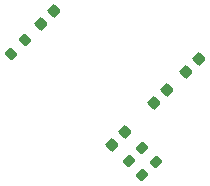
<source format=gbr>
%TF.GenerationSoftware,KiCad,Pcbnew,8.0.5*%
%TF.CreationDate,2025-04-27T01:42:02+08:00*%
%TF.ProjectId,STM32_learning,53544d33-325f-46c6-9561-726e696e672e,rev?*%
%TF.SameCoordinates,Original*%
%TF.FileFunction,Paste,Bot*%
%TF.FilePolarity,Positive*%
%FSLAX46Y46*%
G04 Gerber Fmt 4.6, Leading zero omitted, Abs format (unit mm)*
G04 Created by KiCad (PCBNEW 8.0.5) date 2025-04-27 01:42:02*
%MOMM*%
%LPD*%
G01*
G04 APERTURE LIST*
G04 Aperture macros list*
%AMRoundRect*
0 Rectangle with rounded corners*
0 $1 Rounding radius*
0 $2 $3 $4 $5 $6 $7 $8 $9 X,Y pos of 4 corners*
0 Add a 4 corners polygon primitive as box body*
4,1,4,$2,$3,$4,$5,$6,$7,$8,$9,$2,$3,0*
0 Add four circle primitives for the rounded corners*
1,1,$1+$1,$2,$3*
1,1,$1+$1,$4,$5*
1,1,$1+$1,$6,$7*
1,1,$1+$1,$8,$9*
0 Add four rect primitives between the rounded corners*
20,1,$1+$1,$2,$3,$4,$5,0*
20,1,$1+$1,$4,$5,$6,$7,0*
20,1,$1+$1,$6,$7,$8,$9,0*
20,1,$1+$1,$8,$9,$2,$3,0*%
G04 Aperture macros list end*
%ADD10RoundRect,0.225000X-0.017678X0.335876X-0.335876X0.017678X0.017678X-0.335876X0.335876X-0.017678X0*%
%ADD11RoundRect,0.200000X0.335876X0.053033X0.053033X0.335876X-0.335876X-0.053033X-0.053033X-0.335876X0*%
%ADD12RoundRect,0.200000X0.053033X-0.335876X0.335876X-0.053033X-0.053033X0.335876X-0.335876X0.053033X0*%
%ADD13RoundRect,0.225000X0.017678X-0.335876X0.335876X-0.017678X-0.017678X0.335876X-0.335876X0.017678X0*%
G04 APERTURE END LIST*
D10*
%TO.C,C11*%
X69019759Y-99980241D03*
X67923743Y-101076257D03*
%TD*%
D11*
%TO.C,R1*%
X76483363Y-113858363D03*
X75316637Y-112691637D03*
%TD*%
D12*
%TO.C,R3*%
X65388388Y-103561612D03*
X66555114Y-102394886D03*
%TD*%
D13*
%TO.C,C5*%
X77480241Y-107769759D03*
X78576257Y-106673743D03*
%TD*%
%TO.C,C10*%
X73951992Y-111298008D03*
X75048008Y-110201992D03*
%TD*%
D10*
%TO.C,C31*%
X81269759Y-104030241D03*
X80173743Y-105126257D03*
%TD*%
D11*
%TO.C,R2*%
X77608363Y-112758363D03*
X76441637Y-111591637D03*
%TD*%
M02*

</source>
